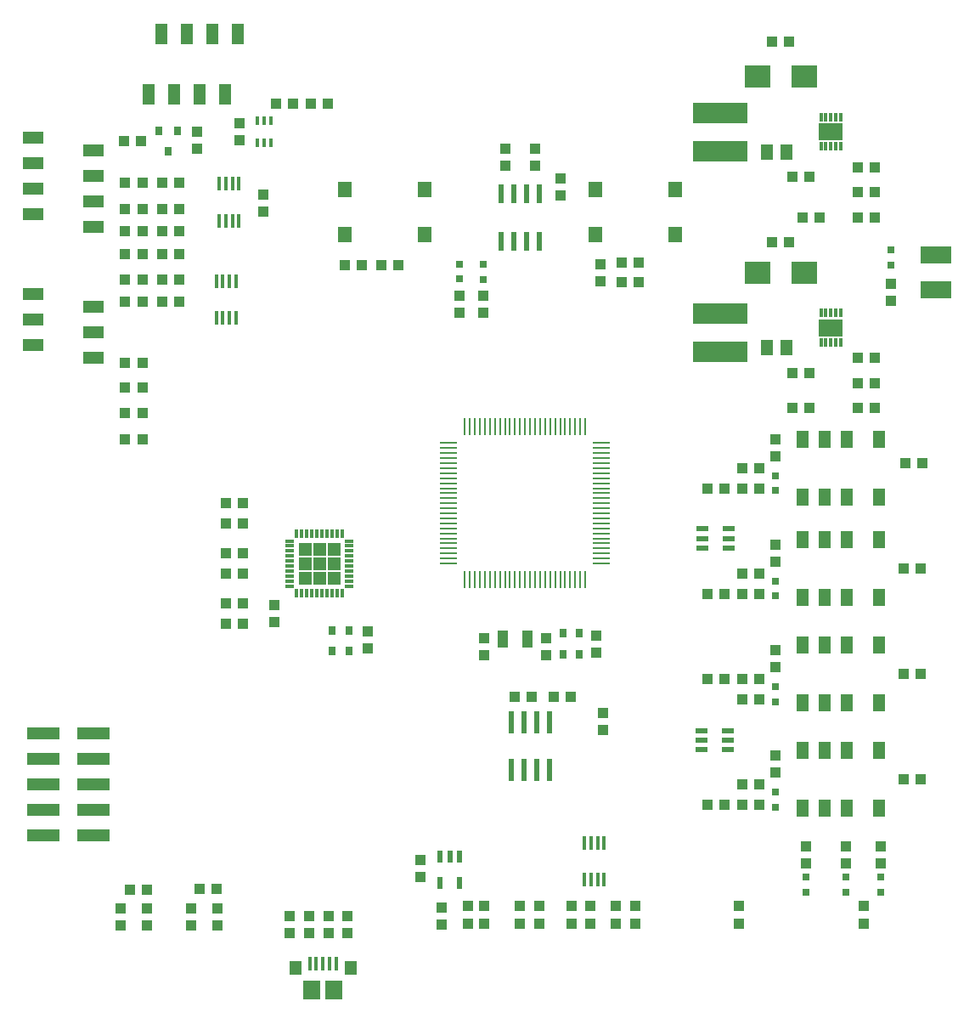
<source format=gtp>
G75*
%MOIN*%
%OFA0B0*%
%FSLAX25Y25*%
%IPPOS*%
%LPD*%
%AMOC8*
5,1,8,0,0,1.08239X$1,22.5*
%
%ADD10R,0.04331X0.03937*%
%ADD11R,0.04528X0.05709*%
%ADD12R,0.01575X0.05512*%
%ADD13R,0.06890X0.07480*%
%ADD14R,0.03150X0.03150*%
%ADD15R,0.03937X0.04331*%
%ADD16R,0.07900X0.04700*%
%ADD17R,0.04700X0.07900*%
%ADD18R,0.01400X0.05200*%
%ADD19R,0.01378X0.03346*%
%ADD20R,0.05000X0.02200*%
%ADD21R,0.12402X0.07008*%
%ADD22R,0.04724X0.07087*%
%ADD23R,0.01200X0.03200*%
%ADD24R,0.03200X0.01200*%
%ADD25C,0.00100*%
%ADD26R,0.02559X0.03543*%
%ADD27R,0.02200X0.07800*%
%ADD28R,0.09400X0.06500*%
%ADD29R,0.09843X0.08661*%
%ADD30R,0.21654X0.08465*%
%ADD31R,0.05118X0.05906*%
%ADD32R,0.01100X0.06800*%
%ADD33R,0.06800X0.01100*%
%ADD34R,0.02200X0.08600*%
%ADD35R,0.03937X0.07087*%
%ADD36R,0.05512X0.06299*%
%ADD37R,0.12598X0.05000*%
%ADD38R,0.02165X0.04724*%
%ADD39R,0.03100X0.03500*%
D10*
X0100813Y0085508D03*
X0100813Y0092201D03*
X0104553Y0099484D03*
X0111246Y0099484D03*
X0111049Y0092201D03*
X0111049Y0085508D03*
X0128372Y0085508D03*
X0128372Y0092201D03*
X0131718Y0099878D03*
X0138411Y0099878D03*
X0138608Y0092201D03*
X0138608Y0085508D03*
X0166954Y0082358D03*
X0166954Y0089051D03*
X0174828Y0089051D03*
X0174828Y0082358D03*
X0182309Y0082358D03*
X0182309Y0089051D03*
X0189789Y0089051D03*
X0189789Y0082358D03*
X0218529Y0104406D03*
X0218529Y0111098D03*
X0226797Y0092594D03*
X0226797Y0085902D03*
X0237033Y0086295D03*
X0243332Y0086295D03*
X0243332Y0092988D03*
X0237033Y0092988D03*
X0257537Y0092988D03*
X0257537Y0086295D03*
X0265017Y0086295D03*
X0265017Y0092988D03*
X0277616Y0092988D03*
X0277616Y0086295D03*
X0285096Y0086295D03*
X0285096Y0092988D03*
X0294939Y0092988D03*
X0294939Y0086295D03*
X0302813Y0086295D03*
X0302813Y0092988D03*
X0343332Y0092988D03*
X0343332Y0086295D03*
X0369710Y0109917D03*
X0369710Y0116610D03*
X0385458Y0116610D03*
X0385458Y0109917D03*
X0399238Y0109917D03*
X0399238Y0116610D03*
X0392545Y0092988D03*
X0392545Y0086295D03*
X0337624Y0132949D03*
X0330931Y0132949D03*
X0357899Y0145350D03*
X0357899Y0152043D03*
X0337624Y0182161D03*
X0330931Y0182161D03*
X0357899Y0186689D03*
X0357899Y0193382D03*
X0337624Y0215626D03*
X0330931Y0215626D03*
X0357899Y0228028D03*
X0357899Y0234720D03*
X0337624Y0256965D03*
X0330931Y0256965D03*
X0357899Y0269366D03*
X0357899Y0276059D03*
X0389986Y0298303D03*
X0396679Y0298303D03*
X0371088Y0302240D03*
X0364395Y0302240D03*
X0403175Y0330390D03*
X0403175Y0337083D03*
X0396679Y0373106D03*
X0389986Y0373106D03*
X0371088Y0379012D03*
X0364395Y0379012D03*
X0363214Y0353421D03*
X0356521Y0353421D03*
X0289002Y0344957D03*
X0289002Y0338264D03*
X0243135Y0332358D03*
X0243135Y0325665D03*
X0233883Y0325665D03*
X0233883Y0332358D03*
X0251600Y0383539D03*
X0251600Y0390232D03*
X0263411Y0390232D03*
X0263411Y0383539D03*
X0356521Y0432161D03*
X0363214Y0432161D03*
X0148647Y0251059D03*
X0141954Y0251059D03*
X0161049Y0211098D03*
X0161049Y0204406D03*
X0148647Y0203815D03*
X0141954Y0203815D03*
X0123844Y0330193D03*
X0117151Y0330193D03*
X0117151Y0338854D03*
X0123844Y0338854D03*
X0123844Y0348894D03*
X0117151Y0348894D03*
X0117151Y0357752D03*
X0123844Y0357752D03*
X0123844Y0366610D03*
X0117151Y0366610D03*
X0117151Y0376650D03*
X0123844Y0376650D03*
X0130734Y0390232D03*
X0130734Y0396925D03*
X0290183Y0168972D03*
X0290183Y0162280D03*
D11*
X0191167Y0068894D03*
X0169513Y0068894D03*
D12*
X0175025Y0070547D03*
X0177584Y0070547D03*
X0180143Y0070547D03*
X0182702Y0070547D03*
X0185261Y0070547D03*
D13*
X0184572Y0060114D03*
X0175714Y0060114D03*
D14*
X0357899Y0131965D03*
X0357899Y0137870D03*
X0357899Y0173303D03*
X0357899Y0179209D03*
X0357899Y0214642D03*
X0357899Y0220547D03*
X0357899Y0255980D03*
X0357899Y0261886D03*
X0403175Y0344563D03*
X0403175Y0350469D03*
X0243135Y0344760D03*
X0243135Y0338854D03*
X0233883Y0339051D03*
X0233883Y0344957D03*
X0369710Y0104406D03*
X0369710Y0098500D03*
X0385458Y0098500D03*
X0385458Y0104406D03*
X0399238Y0104406D03*
X0399238Y0098500D03*
D15*
X0351403Y0132949D03*
X0344710Y0132949D03*
X0344710Y0140823D03*
X0351403Y0140823D03*
X0351403Y0174287D03*
X0344710Y0174287D03*
X0344710Y0182161D03*
X0351403Y0182161D03*
X0351403Y0215626D03*
X0344710Y0215626D03*
X0344710Y0223500D03*
X0351403Y0223500D03*
X0351403Y0256965D03*
X0344710Y0256965D03*
X0344710Y0264839D03*
X0351403Y0264839D03*
X0364395Y0288461D03*
X0371088Y0288461D03*
X0389986Y0288461D03*
X0396679Y0288461D03*
X0396679Y0308146D03*
X0389986Y0308146D03*
X0408883Y0266807D03*
X0415576Y0266807D03*
X0414789Y0225469D03*
X0408096Y0225469D03*
X0408096Y0184130D03*
X0414789Y0184130D03*
X0414789Y0142791D03*
X0408096Y0142791D03*
X0287427Y0192594D03*
X0287427Y0199287D03*
X0267742Y0198106D03*
X0267742Y0191413D03*
X0270694Y0175075D03*
X0262033Y0175075D03*
X0255340Y0175075D03*
X0243332Y0191413D03*
X0243332Y0198106D03*
X0277387Y0175075D03*
X0197663Y0194169D03*
X0197663Y0200862D03*
X0148647Y0211689D03*
X0141954Y0211689D03*
X0141954Y0223500D03*
X0148647Y0223500D03*
X0148647Y0231374D03*
X0141954Y0231374D03*
X0141954Y0243185D03*
X0148647Y0243185D03*
X0109277Y0276256D03*
X0102584Y0276256D03*
X0102584Y0286492D03*
X0109277Y0286492D03*
X0109277Y0296335D03*
X0102584Y0296335D03*
X0102584Y0306177D03*
X0109277Y0306177D03*
X0109277Y0330193D03*
X0102584Y0330193D03*
X0102584Y0338854D03*
X0109277Y0338854D03*
X0109277Y0348894D03*
X0102584Y0348894D03*
X0102584Y0357752D03*
X0109277Y0357752D03*
X0109277Y0366610D03*
X0102584Y0366610D03*
X0102584Y0376650D03*
X0109277Y0376650D03*
X0108883Y0393185D03*
X0102191Y0393185D03*
X0147269Y0393382D03*
X0147269Y0400075D03*
X0161639Y0407949D03*
X0168332Y0407949D03*
X0175419Y0407752D03*
X0182112Y0407752D03*
X0156718Y0372122D03*
X0156718Y0365429D03*
X0188805Y0344366D03*
X0195498Y0344366D03*
X0202978Y0344366D03*
X0209671Y0344366D03*
X0273254Y0371728D03*
X0273254Y0378421D03*
X0297466Y0345547D03*
X0304159Y0345547D03*
X0304159Y0337673D03*
X0297466Y0337673D03*
X0368332Y0363264D03*
X0375025Y0363264D03*
X0389986Y0363264D03*
X0396679Y0363264D03*
X0396679Y0382949D03*
X0389986Y0382949D03*
D16*
X0090084Y0379543D03*
X0090084Y0369543D03*
X0090084Y0359543D03*
X0066484Y0364543D03*
X0066484Y0374543D03*
X0066484Y0384543D03*
X0066484Y0394543D03*
X0090084Y0389543D03*
X0066484Y0333244D03*
X0066484Y0323244D03*
X0066484Y0313244D03*
X0090084Y0308244D03*
X0090084Y0318244D03*
X0090084Y0328244D03*
D17*
X0111659Y0411394D03*
X0121659Y0411394D03*
X0131659Y0411394D03*
X0141659Y0411394D03*
X0136659Y0434994D03*
X0126659Y0434994D03*
X0116659Y0434994D03*
X0146659Y0434994D03*
D18*
X0147132Y0376369D03*
X0144632Y0376369D03*
X0142032Y0376369D03*
X0139532Y0376369D03*
X0139532Y0361969D03*
X0142032Y0361969D03*
X0144632Y0361969D03*
X0147132Y0361969D03*
X0145951Y0338180D03*
X0143451Y0338180D03*
X0140851Y0338180D03*
X0138351Y0338180D03*
X0138351Y0323780D03*
X0140851Y0323780D03*
X0143451Y0323780D03*
X0145951Y0323780D03*
X0282871Y0117708D03*
X0285371Y0117708D03*
X0287971Y0117708D03*
X0290471Y0117708D03*
X0290471Y0103308D03*
X0287971Y0103308D03*
X0285371Y0103308D03*
X0282871Y0103308D03*
D19*
X0159671Y0392398D03*
X0157112Y0392398D03*
X0154553Y0392398D03*
X0154553Y0401059D03*
X0157112Y0401059D03*
X0159671Y0401059D03*
D20*
X0329177Y0240980D03*
X0329177Y0237280D03*
X0329177Y0233580D03*
X0339377Y0233580D03*
X0339377Y0237280D03*
X0339377Y0240980D03*
X0338983Y0161846D03*
X0338983Y0158146D03*
X0338983Y0154446D03*
X0328783Y0154446D03*
X0328783Y0158146D03*
X0328783Y0161846D03*
D21*
X0420891Y0334819D03*
X0420891Y0348402D03*
D22*
X0398450Y0276059D03*
X0385852Y0276059D03*
X0377191Y0276059D03*
X0368529Y0276059D03*
X0368529Y0253618D03*
X0377191Y0253618D03*
X0385852Y0253618D03*
X0398450Y0253618D03*
X0398450Y0236689D03*
X0385852Y0236689D03*
X0377191Y0236689D03*
X0368529Y0236689D03*
X0368529Y0214248D03*
X0377191Y0214248D03*
X0385852Y0214248D03*
X0398450Y0214248D03*
X0398450Y0195350D03*
X0385852Y0195350D03*
X0377191Y0195350D03*
X0368529Y0195350D03*
X0368529Y0172909D03*
X0377191Y0172909D03*
X0385852Y0172909D03*
X0398450Y0172909D03*
X0398450Y0154012D03*
X0385852Y0154012D03*
X0377191Y0154012D03*
X0368529Y0154012D03*
X0368529Y0131571D03*
X0377191Y0131571D03*
X0385852Y0131571D03*
X0398450Y0131571D03*
D23*
X0187624Y0215837D03*
X0185655Y0215837D03*
X0183687Y0215837D03*
X0181718Y0215837D03*
X0179750Y0215837D03*
X0177781Y0215837D03*
X0175813Y0215837D03*
X0173844Y0215837D03*
X0171876Y0215837D03*
X0169907Y0215837D03*
X0169907Y0239037D03*
X0171876Y0239037D03*
X0173844Y0239037D03*
X0175813Y0239037D03*
X0177781Y0239037D03*
X0179750Y0239037D03*
X0181718Y0239037D03*
X0183687Y0239037D03*
X0185655Y0239037D03*
X0187624Y0239037D03*
X0375653Y0314257D03*
X0377553Y0314257D03*
X0379553Y0314257D03*
X0381553Y0314257D03*
X0383453Y0314257D03*
X0383453Y0325657D03*
X0381553Y0325657D03*
X0379553Y0325657D03*
X0377553Y0325657D03*
X0375653Y0325657D03*
X0375653Y0391028D03*
X0377553Y0391028D03*
X0379553Y0391028D03*
X0381553Y0391028D03*
X0383453Y0391028D03*
X0383453Y0402428D03*
X0381553Y0402428D03*
X0379553Y0402428D03*
X0377553Y0402428D03*
X0375653Y0402428D03*
D24*
X0190365Y0236295D03*
X0190365Y0234327D03*
X0190365Y0232358D03*
X0190365Y0230390D03*
X0190365Y0228421D03*
X0190365Y0226453D03*
X0190365Y0224484D03*
X0190365Y0222516D03*
X0190365Y0220547D03*
X0190365Y0218579D03*
X0167165Y0218579D03*
X0167165Y0220547D03*
X0167165Y0222516D03*
X0167165Y0224484D03*
X0167165Y0226453D03*
X0167165Y0228421D03*
X0167165Y0230390D03*
X0167165Y0232358D03*
X0167165Y0234327D03*
X0167165Y0236295D03*
D25*
X0170694Y0235508D02*
X0170694Y0230652D01*
X0175550Y0230652D01*
X0175550Y0235508D01*
X0170694Y0235508D01*
X0170694Y0235469D02*
X0175550Y0235469D01*
X0175550Y0235371D02*
X0170694Y0235371D01*
X0170694Y0235272D02*
X0175550Y0235272D01*
X0175550Y0235174D02*
X0170694Y0235174D01*
X0170694Y0235075D02*
X0175550Y0235075D01*
X0175550Y0234977D02*
X0170694Y0234977D01*
X0170694Y0234878D02*
X0175550Y0234878D01*
X0175550Y0234780D02*
X0170694Y0234780D01*
X0170694Y0234681D02*
X0175550Y0234681D01*
X0175550Y0234583D02*
X0170694Y0234583D01*
X0170694Y0234484D02*
X0175550Y0234484D01*
X0175550Y0234386D02*
X0170694Y0234386D01*
X0170694Y0234287D02*
X0175550Y0234287D01*
X0175550Y0234189D02*
X0170694Y0234189D01*
X0170694Y0234090D02*
X0175550Y0234090D01*
X0175550Y0233992D02*
X0170694Y0233992D01*
X0170694Y0233893D02*
X0175550Y0233893D01*
X0175550Y0233795D02*
X0170694Y0233795D01*
X0170694Y0233696D02*
X0175550Y0233696D01*
X0175550Y0233598D02*
X0170694Y0233598D01*
X0170694Y0233499D02*
X0175550Y0233499D01*
X0175550Y0233401D02*
X0170694Y0233401D01*
X0170694Y0233302D02*
X0175550Y0233302D01*
X0175550Y0233204D02*
X0170694Y0233204D01*
X0170694Y0233105D02*
X0175550Y0233105D01*
X0175550Y0233007D02*
X0170694Y0233007D01*
X0170694Y0232908D02*
X0175550Y0232908D01*
X0175550Y0232810D02*
X0170694Y0232810D01*
X0170694Y0232711D02*
X0175550Y0232711D01*
X0175550Y0232613D02*
X0170694Y0232613D01*
X0170694Y0232514D02*
X0175550Y0232514D01*
X0175550Y0232416D02*
X0170694Y0232416D01*
X0170694Y0232317D02*
X0175550Y0232317D01*
X0175550Y0232219D02*
X0170694Y0232219D01*
X0170694Y0232120D02*
X0175550Y0232120D01*
X0175550Y0232022D02*
X0170694Y0232022D01*
X0170694Y0231923D02*
X0175550Y0231923D01*
X0175550Y0231825D02*
X0170694Y0231825D01*
X0170694Y0231726D02*
X0175550Y0231726D01*
X0175550Y0231628D02*
X0170694Y0231628D01*
X0170694Y0231529D02*
X0175550Y0231529D01*
X0175550Y0231431D02*
X0170694Y0231431D01*
X0170694Y0231332D02*
X0175550Y0231332D01*
X0175550Y0231234D02*
X0170694Y0231234D01*
X0170694Y0231135D02*
X0175550Y0231135D01*
X0175550Y0231036D02*
X0170694Y0231036D01*
X0170694Y0230938D02*
X0175550Y0230938D01*
X0175550Y0230839D02*
X0170694Y0230839D01*
X0170694Y0230741D02*
X0175550Y0230741D01*
X0176338Y0230741D02*
X0181193Y0230741D01*
X0181193Y0230652D02*
X0181193Y0235508D01*
X0176338Y0235508D01*
X0176338Y0230652D01*
X0181193Y0230652D01*
X0181193Y0230839D02*
X0176338Y0230839D01*
X0176338Y0230938D02*
X0181193Y0230938D01*
X0181193Y0231036D02*
X0176338Y0231036D01*
X0176338Y0231135D02*
X0181193Y0231135D01*
X0181193Y0231234D02*
X0176338Y0231234D01*
X0176338Y0231332D02*
X0181193Y0231332D01*
X0181193Y0231431D02*
X0176338Y0231431D01*
X0176338Y0231529D02*
X0181193Y0231529D01*
X0181193Y0231628D02*
X0176338Y0231628D01*
X0176338Y0231726D02*
X0181193Y0231726D01*
X0181193Y0231825D02*
X0176338Y0231825D01*
X0176338Y0231923D02*
X0181193Y0231923D01*
X0181193Y0232022D02*
X0176338Y0232022D01*
X0176338Y0232120D02*
X0181193Y0232120D01*
X0181193Y0232219D02*
X0176338Y0232219D01*
X0176338Y0232317D02*
X0181193Y0232317D01*
X0181193Y0232416D02*
X0176338Y0232416D01*
X0176338Y0232514D02*
X0181193Y0232514D01*
X0181193Y0232613D02*
X0176338Y0232613D01*
X0176338Y0232711D02*
X0181193Y0232711D01*
X0181193Y0232810D02*
X0176338Y0232810D01*
X0176338Y0232908D02*
X0181193Y0232908D01*
X0181193Y0233007D02*
X0176338Y0233007D01*
X0176338Y0233105D02*
X0181193Y0233105D01*
X0181193Y0233204D02*
X0176338Y0233204D01*
X0176338Y0233302D02*
X0181193Y0233302D01*
X0181193Y0233401D02*
X0176338Y0233401D01*
X0176338Y0233499D02*
X0181193Y0233499D01*
X0181193Y0233598D02*
X0176338Y0233598D01*
X0176338Y0233696D02*
X0181193Y0233696D01*
X0181193Y0233795D02*
X0176338Y0233795D01*
X0176338Y0233893D02*
X0181193Y0233893D01*
X0181193Y0233992D02*
X0176338Y0233992D01*
X0176338Y0234090D02*
X0181193Y0234090D01*
X0181193Y0234189D02*
X0176338Y0234189D01*
X0176338Y0234287D02*
X0181193Y0234287D01*
X0181193Y0234386D02*
X0176338Y0234386D01*
X0176338Y0234484D02*
X0181193Y0234484D01*
X0181193Y0234583D02*
X0176338Y0234583D01*
X0176338Y0234681D02*
X0181193Y0234681D01*
X0181193Y0234780D02*
X0176338Y0234780D01*
X0176338Y0234878D02*
X0181193Y0234878D01*
X0181193Y0234977D02*
X0176338Y0234977D01*
X0176338Y0235075D02*
X0181193Y0235075D01*
X0181193Y0235174D02*
X0176338Y0235174D01*
X0176338Y0235272D02*
X0181193Y0235272D01*
X0181193Y0235371D02*
X0176338Y0235371D01*
X0176338Y0235469D02*
X0181193Y0235469D01*
X0181981Y0235469D02*
X0186836Y0235469D01*
X0186836Y0235508D02*
X0186836Y0230652D01*
X0181981Y0230652D01*
X0181981Y0235508D01*
X0186836Y0235508D01*
X0186836Y0235371D02*
X0181981Y0235371D01*
X0181981Y0235272D02*
X0186836Y0235272D01*
X0186836Y0235174D02*
X0181981Y0235174D01*
X0181981Y0235075D02*
X0186836Y0235075D01*
X0186836Y0234977D02*
X0181981Y0234977D01*
X0181981Y0234878D02*
X0186836Y0234878D01*
X0186836Y0234780D02*
X0181981Y0234780D01*
X0181981Y0234681D02*
X0186836Y0234681D01*
X0186836Y0234583D02*
X0181981Y0234583D01*
X0181981Y0234484D02*
X0186836Y0234484D01*
X0186836Y0234386D02*
X0181981Y0234386D01*
X0181981Y0234287D02*
X0186836Y0234287D01*
X0186836Y0234189D02*
X0181981Y0234189D01*
X0181981Y0234090D02*
X0186836Y0234090D01*
X0186836Y0233992D02*
X0181981Y0233992D01*
X0181981Y0233893D02*
X0186836Y0233893D01*
X0186836Y0233795D02*
X0181981Y0233795D01*
X0181981Y0233696D02*
X0186836Y0233696D01*
X0186836Y0233598D02*
X0181981Y0233598D01*
X0181981Y0233499D02*
X0186836Y0233499D01*
X0186836Y0233401D02*
X0181981Y0233401D01*
X0181981Y0233302D02*
X0186836Y0233302D01*
X0186836Y0233204D02*
X0181981Y0233204D01*
X0181981Y0233105D02*
X0186836Y0233105D01*
X0186836Y0233007D02*
X0181981Y0233007D01*
X0181981Y0232908D02*
X0186836Y0232908D01*
X0186836Y0232810D02*
X0181981Y0232810D01*
X0181981Y0232711D02*
X0186836Y0232711D01*
X0186836Y0232613D02*
X0181981Y0232613D01*
X0181981Y0232514D02*
X0186836Y0232514D01*
X0186836Y0232416D02*
X0181981Y0232416D01*
X0181981Y0232317D02*
X0186836Y0232317D01*
X0186836Y0232219D02*
X0181981Y0232219D01*
X0181981Y0232120D02*
X0186836Y0232120D01*
X0186836Y0232022D02*
X0181981Y0232022D01*
X0181981Y0231923D02*
X0186836Y0231923D01*
X0186836Y0231825D02*
X0181981Y0231825D01*
X0181981Y0231726D02*
X0186836Y0231726D01*
X0186836Y0231628D02*
X0181981Y0231628D01*
X0181981Y0231529D02*
X0186836Y0231529D01*
X0186836Y0231431D02*
X0181981Y0231431D01*
X0181981Y0231332D02*
X0186836Y0231332D01*
X0186836Y0231234D02*
X0181981Y0231234D01*
X0181981Y0231135D02*
X0186836Y0231135D01*
X0186836Y0231036D02*
X0181981Y0231036D01*
X0181981Y0230938D02*
X0186836Y0230938D01*
X0186836Y0230839D02*
X0181981Y0230839D01*
X0181981Y0230741D02*
X0186836Y0230741D01*
X0186836Y0229865D02*
X0186836Y0225009D01*
X0181981Y0225009D01*
X0181981Y0229865D01*
X0186836Y0229865D01*
X0186836Y0229854D02*
X0181981Y0229854D01*
X0181981Y0229756D02*
X0186836Y0229756D01*
X0186836Y0229657D02*
X0181981Y0229657D01*
X0181981Y0229559D02*
X0186836Y0229559D01*
X0186836Y0229460D02*
X0181981Y0229460D01*
X0181981Y0229362D02*
X0186836Y0229362D01*
X0186836Y0229263D02*
X0181981Y0229263D01*
X0181981Y0229165D02*
X0186836Y0229165D01*
X0186836Y0229066D02*
X0181981Y0229066D01*
X0181981Y0228968D02*
X0186836Y0228968D01*
X0186836Y0228869D02*
X0181981Y0228869D01*
X0181981Y0228771D02*
X0186836Y0228771D01*
X0186836Y0228672D02*
X0181981Y0228672D01*
X0181981Y0228574D02*
X0186836Y0228574D01*
X0186836Y0228475D02*
X0181981Y0228475D01*
X0181981Y0228377D02*
X0186836Y0228377D01*
X0186836Y0228278D02*
X0181981Y0228278D01*
X0181981Y0228180D02*
X0186836Y0228180D01*
X0186836Y0228081D02*
X0181981Y0228081D01*
X0181981Y0227983D02*
X0186836Y0227983D01*
X0186836Y0227884D02*
X0181981Y0227884D01*
X0181981Y0227786D02*
X0186836Y0227786D01*
X0186836Y0227687D02*
X0181981Y0227687D01*
X0181981Y0227589D02*
X0186836Y0227589D01*
X0186836Y0227490D02*
X0181981Y0227490D01*
X0181981Y0227392D02*
X0186836Y0227392D01*
X0186836Y0227293D02*
X0181981Y0227293D01*
X0181981Y0227195D02*
X0186836Y0227195D01*
X0186836Y0227096D02*
X0181981Y0227096D01*
X0181981Y0226998D02*
X0186836Y0226998D01*
X0186836Y0226899D02*
X0181981Y0226899D01*
X0181981Y0226800D02*
X0186836Y0226800D01*
X0186836Y0226702D02*
X0181981Y0226702D01*
X0181981Y0226603D02*
X0186836Y0226603D01*
X0186836Y0226505D02*
X0181981Y0226505D01*
X0181981Y0226406D02*
X0186836Y0226406D01*
X0186836Y0226308D02*
X0181981Y0226308D01*
X0181981Y0226209D02*
X0186836Y0226209D01*
X0186836Y0226111D02*
X0181981Y0226111D01*
X0181981Y0226012D02*
X0186836Y0226012D01*
X0186836Y0225914D02*
X0181981Y0225914D01*
X0181981Y0225815D02*
X0186836Y0225815D01*
X0186836Y0225717D02*
X0181981Y0225717D01*
X0181981Y0225618D02*
X0186836Y0225618D01*
X0186836Y0225520D02*
X0181981Y0225520D01*
X0181981Y0225421D02*
X0186836Y0225421D01*
X0186836Y0225323D02*
X0181981Y0225323D01*
X0181981Y0225224D02*
X0186836Y0225224D01*
X0186836Y0225126D02*
X0181981Y0225126D01*
X0181981Y0225027D02*
X0186836Y0225027D01*
X0186836Y0224222D02*
X0186836Y0219366D01*
X0181981Y0219366D01*
X0181981Y0224222D01*
X0186836Y0224222D01*
X0186836Y0224141D02*
X0181981Y0224141D01*
X0181981Y0224042D02*
X0186836Y0224042D01*
X0186836Y0223944D02*
X0181981Y0223944D01*
X0181981Y0223845D02*
X0186836Y0223845D01*
X0186836Y0223747D02*
X0181981Y0223747D01*
X0181981Y0223648D02*
X0186836Y0223648D01*
X0186836Y0223550D02*
X0181981Y0223550D01*
X0181981Y0223451D02*
X0186836Y0223451D01*
X0186836Y0223353D02*
X0181981Y0223353D01*
X0181981Y0223254D02*
X0186836Y0223254D01*
X0186836Y0223156D02*
X0181981Y0223156D01*
X0181981Y0223057D02*
X0186836Y0223057D01*
X0186836Y0222959D02*
X0181981Y0222959D01*
X0181981Y0222860D02*
X0186836Y0222860D01*
X0186836Y0222762D02*
X0181981Y0222762D01*
X0181981Y0222663D02*
X0186836Y0222663D01*
X0186836Y0222565D02*
X0181981Y0222565D01*
X0181981Y0222466D02*
X0186836Y0222466D01*
X0186836Y0222367D02*
X0181981Y0222367D01*
X0181981Y0222269D02*
X0186836Y0222269D01*
X0186836Y0222170D02*
X0181981Y0222170D01*
X0181981Y0222072D02*
X0186836Y0222072D01*
X0186836Y0221973D02*
X0181981Y0221973D01*
X0181981Y0221875D02*
X0186836Y0221875D01*
X0186836Y0221776D02*
X0181981Y0221776D01*
X0181981Y0221678D02*
X0186836Y0221678D01*
X0186836Y0221579D02*
X0181981Y0221579D01*
X0181981Y0221481D02*
X0186836Y0221481D01*
X0186836Y0221382D02*
X0181981Y0221382D01*
X0181981Y0221284D02*
X0186836Y0221284D01*
X0186836Y0221185D02*
X0181981Y0221185D01*
X0181981Y0221087D02*
X0186836Y0221087D01*
X0186836Y0220988D02*
X0181981Y0220988D01*
X0181981Y0220890D02*
X0186836Y0220890D01*
X0186836Y0220791D02*
X0181981Y0220791D01*
X0181981Y0220693D02*
X0186836Y0220693D01*
X0186836Y0220594D02*
X0181981Y0220594D01*
X0181981Y0220496D02*
X0186836Y0220496D01*
X0186836Y0220397D02*
X0181981Y0220397D01*
X0181981Y0220299D02*
X0186836Y0220299D01*
X0186836Y0220200D02*
X0181981Y0220200D01*
X0181981Y0220102D02*
X0186836Y0220102D01*
X0186836Y0220003D02*
X0181981Y0220003D01*
X0181981Y0219905D02*
X0186836Y0219905D01*
X0186836Y0219806D02*
X0181981Y0219806D01*
X0181981Y0219708D02*
X0186836Y0219708D01*
X0186836Y0219609D02*
X0181981Y0219609D01*
X0181981Y0219511D02*
X0186836Y0219511D01*
X0186836Y0219412D02*
X0181981Y0219412D01*
X0181193Y0219412D02*
X0176338Y0219412D01*
X0176338Y0219366D02*
X0181193Y0219366D01*
X0181193Y0224222D01*
X0176338Y0224222D01*
X0176338Y0219366D01*
X0176338Y0219511D02*
X0181193Y0219511D01*
X0181193Y0219609D02*
X0176338Y0219609D01*
X0176338Y0219708D02*
X0181193Y0219708D01*
X0181193Y0219806D02*
X0176338Y0219806D01*
X0176338Y0219905D02*
X0181193Y0219905D01*
X0181193Y0220003D02*
X0176338Y0220003D01*
X0176338Y0220102D02*
X0181193Y0220102D01*
X0181193Y0220200D02*
X0176338Y0220200D01*
X0176338Y0220299D02*
X0181193Y0220299D01*
X0181193Y0220397D02*
X0176338Y0220397D01*
X0176338Y0220496D02*
X0181193Y0220496D01*
X0181193Y0220594D02*
X0176338Y0220594D01*
X0176338Y0220693D02*
X0181193Y0220693D01*
X0181193Y0220791D02*
X0176338Y0220791D01*
X0176338Y0220890D02*
X0181193Y0220890D01*
X0181193Y0220988D02*
X0176338Y0220988D01*
X0176338Y0221087D02*
X0181193Y0221087D01*
X0181193Y0221185D02*
X0176338Y0221185D01*
X0176338Y0221284D02*
X0181193Y0221284D01*
X0181193Y0221382D02*
X0176338Y0221382D01*
X0176338Y0221481D02*
X0181193Y0221481D01*
X0181193Y0221579D02*
X0176338Y0221579D01*
X0176338Y0221678D02*
X0181193Y0221678D01*
X0181193Y0221776D02*
X0176338Y0221776D01*
X0176338Y0221875D02*
X0181193Y0221875D01*
X0181193Y0221973D02*
X0176338Y0221973D01*
X0176338Y0222072D02*
X0181193Y0222072D01*
X0181193Y0222170D02*
X0176338Y0222170D01*
X0176338Y0222269D02*
X0181193Y0222269D01*
X0181193Y0222367D02*
X0176338Y0222367D01*
X0176338Y0222466D02*
X0181193Y0222466D01*
X0181193Y0222565D02*
X0176338Y0222565D01*
X0176338Y0222663D02*
X0181193Y0222663D01*
X0181193Y0222762D02*
X0176338Y0222762D01*
X0176338Y0222860D02*
X0181193Y0222860D01*
X0181193Y0222959D02*
X0176338Y0222959D01*
X0176338Y0223057D02*
X0181193Y0223057D01*
X0181193Y0223156D02*
X0176338Y0223156D01*
X0176338Y0223254D02*
X0181193Y0223254D01*
X0181193Y0223353D02*
X0176338Y0223353D01*
X0176338Y0223451D02*
X0181193Y0223451D01*
X0181193Y0223550D02*
X0176338Y0223550D01*
X0176338Y0223648D02*
X0181193Y0223648D01*
X0181193Y0223747D02*
X0176338Y0223747D01*
X0176338Y0223845D02*
X0181193Y0223845D01*
X0181193Y0223944D02*
X0176338Y0223944D01*
X0176338Y0224042D02*
X0181193Y0224042D01*
X0181193Y0224141D02*
X0176338Y0224141D01*
X0175550Y0224141D02*
X0170694Y0224141D01*
X0170694Y0224222D02*
X0170694Y0219366D01*
X0175550Y0219366D01*
X0175550Y0224222D01*
X0170694Y0224222D01*
X0170694Y0224042D02*
X0175550Y0224042D01*
X0175550Y0223944D02*
X0170694Y0223944D01*
X0170694Y0223845D02*
X0175550Y0223845D01*
X0175550Y0223747D02*
X0170694Y0223747D01*
X0170694Y0223648D02*
X0175550Y0223648D01*
X0175550Y0223550D02*
X0170694Y0223550D01*
X0170694Y0223451D02*
X0175550Y0223451D01*
X0175550Y0223353D02*
X0170694Y0223353D01*
X0170694Y0223254D02*
X0175550Y0223254D01*
X0175550Y0223156D02*
X0170694Y0223156D01*
X0170694Y0223057D02*
X0175550Y0223057D01*
X0175550Y0222959D02*
X0170694Y0222959D01*
X0170694Y0222860D02*
X0175550Y0222860D01*
X0175550Y0222762D02*
X0170694Y0222762D01*
X0170694Y0222663D02*
X0175550Y0222663D01*
X0175550Y0222565D02*
X0170694Y0222565D01*
X0170694Y0222466D02*
X0175550Y0222466D01*
X0175550Y0222367D02*
X0170694Y0222367D01*
X0170694Y0222269D02*
X0175550Y0222269D01*
X0175550Y0222170D02*
X0170694Y0222170D01*
X0170694Y0222072D02*
X0175550Y0222072D01*
X0175550Y0221973D02*
X0170694Y0221973D01*
X0170694Y0221875D02*
X0175550Y0221875D01*
X0175550Y0221776D02*
X0170694Y0221776D01*
X0170694Y0221678D02*
X0175550Y0221678D01*
X0175550Y0221579D02*
X0170694Y0221579D01*
X0170694Y0221481D02*
X0175550Y0221481D01*
X0175550Y0221382D02*
X0170694Y0221382D01*
X0170694Y0221284D02*
X0175550Y0221284D01*
X0175550Y0221185D02*
X0170694Y0221185D01*
X0170694Y0221087D02*
X0175550Y0221087D01*
X0175550Y0220988D02*
X0170694Y0220988D01*
X0170694Y0220890D02*
X0175550Y0220890D01*
X0175550Y0220791D02*
X0170694Y0220791D01*
X0170694Y0220693D02*
X0175550Y0220693D01*
X0175550Y0220594D02*
X0170694Y0220594D01*
X0170694Y0220496D02*
X0175550Y0220496D01*
X0175550Y0220397D02*
X0170694Y0220397D01*
X0170694Y0220299D02*
X0175550Y0220299D01*
X0175550Y0220200D02*
X0170694Y0220200D01*
X0170694Y0220102D02*
X0175550Y0220102D01*
X0175550Y0220003D02*
X0170694Y0220003D01*
X0170694Y0219905D02*
X0175550Y0219905D01*
X0175550Y0219806D02*
X0170694Y0219806D01*
X0170694Y0219708D02*
X0175550Y0219708D01*
X0175550Y0219609D02*
X0170694Y0219609D01*
X0170694Y0219511D02*
X0175550Y0219511D01*
X0175550Y0219412D02*
X0170694Y0219412D01*
X0170694Y0225009D02*
X0175550Y0225009D01*
X0175550Y0229865D01*
X0170694Y0229865D01*
X0170694Y0225009D01*
X0170694Y0225027D02*
X0175550Y0225027D01*
X0175550Y0225126D02*
X0170694Y0225126D01*
X0170694Y0225224D02*
X0175550Y0225224D01*
X0175550Y0225323D02*
X0170694Y0225323D01*
X0170694Y0225421D02*
X0175550Y0225421D01*
X0175550Y0225520D02*
X0170694Y0225520D01*
X0170694Y0225618D02*
X0175550Y0225618D01*
X0175550Y0225717D02*
X0170694Y0225717D01*
X0170694Y0225815D02*
X0175550Y0225815D01*
X0175550Y0225914D02*
X0170694Y0225914D01*
X0170694Y0226012D02*
X0175550Y0226012D01*
X0175550Y0226111D02*
X0170694Y0226111D01*
X0170694Y0226209D02*
X0175550Y0226209D01*
X0175550Y0226308D02*
X0170694Y0226308D01*
X0170694Y0226406D02*
X0175550Y0226406D01*
X0175550Y0226505D02*
X0170694Y0226505D01*
X0170694Y0226603D02*
X0175550Y0226603D01*
X0175550Y0226702D02*
X0170694Y0226702D01*
X0170694Y0226800D02*
X0175550Y0226800D01*
X0175550Y0226899D02*
X0170694Y0226899D01*
X0170694Y0226998D02*
X0175550Y0226998D01*
X0175550Y0227096D02*
X0170694Y0227096D01*
X0170694Y0227195D02*
X0175550Y0227195D01*
X0175550Y0227293D02*
X0170694Y0227293D01*
X0170694Y0227392D02*
X0175550Y0227392D01*
X0175550Y0227490D02*
X0170694Y0227490D01*
X0170694Y0227589D02*
X0175550Y0227589D01*
X0175550Y0227687D02*
X0170694Y0227687D01*
X0170694Y0227786D02*
X0175550Y0227786D01*
X0175550Y0227884D02*
X0170694Y0227884D01*
X0170694Y0227983D02*
X0175550Y0227983D01*
X0175550Y0228081D02*
X0170694Y0228081D01*
X0170694Y0228180D02*
X0175550Y0228180D01*
X0175550Y0228278D02*
X0170694Y0228278D01*
X0170694Y0228377D02*
X0175550Y0228377D01*
X0175550Y0228475D02*
X0170694Y0228475D01*
X0170694Y0228574D02*
X0175550Y0228574D01*
X0175550Y0228672D02*
X0170694Y0228672D01*
X0170694Y0228771D02*
X0175550Y0228771D01*
X0175550Y0228869D02*
X0170694Y0228869D01*
X0170694Y0228968D02*
X0175550Y0228968D01*
X0175550Y0229066D02*
X0170694Y0229066D01*
X0170694Y0229165D02*
X0175550Y0229165D01*
X0175550Y0229263D02*
X0170694Y0229263D01*
X0170694Y0229362D02*
X0175550Y0229362D01*
X0175550Y0229460D02*
X0170694Y0229460D01*
X0170694Y0229559D02*
X0175550Y0229559D01*
X0175550Y0229657D02*
X0170694Y0229657D01*
X0170694Y0229756D02*
X0175550Y0229756D01*
X0175550Y0229854D02*
X0170694Y0229854D01*
X0176338Y0229865D02*
X0176338Y0225009D01*
X0181193Y0225009D01*
X0181193Y0229865D01*
X0176338Y0229865D01*
X0176338Y0229854D02*
X0181193Y0229854D01*
X0181193Y0229756D02*
X0176338Y0229756D01*
X0176338Y0229657D02*
X0181193Y0229657D01*
X0181193Y0229559D02*
X0176338Y0229559D01*
X0176338Y0229460D02*
X0181193Y0229460D01*
X0181193Y0229362D02*
X0176338Y0229362D01*
X0176338Y0229263D02*
X0181193Y0229263D01*
X0181193Y0229165D02*
X0176338Y0229165D01*
X0176338Y0229066D02*
X0181193Y0229066D01*
X0181193Y0228968D02*
X0176338Y0228968D01*
X0176338Y0228869D02*
X0181193Y0228869D01*
X0181193Y0228771D02*
X0176338Y0228771D01*
X0176338Y0228672D02*
X0181193Y0228672D01*
X0181193Y0228574D02*
X0176338Y0228574D01*
X0176338Y0228475D02*
X0181193Y0228475D01*
X0181193Y0228377D02*
X0176338Y0228377D01*
X0176338Y0228278D02*
X0181193Y0228278D01*
X0181193Y0228180D02*
X0176338Y0228180D01*
X0176338Y0228081D02*
X0181193Y0228081D01*
X0181193Y0227983D02*
X0176338Y0227983D01*
X0176338Y0227884D02*
X0181193Y0227884D01*
X0181193Y0227786D02*
X0176338Y0227786D01*
X0176338Y0227687D02*
X0181193Y0227687D01*
X0181193Y0227589D02*
X0176338Y0227589D01*
X0176338Y0227490D02*
X0181193Y0227490D01*
X0181193Y0227392D02*
X0176338Y0227392D01*
X0176338Y0227293D02*
X0181193Y0227293D01*
X0181193Y0227195D02*
X0176338Y0227195D01*
X0176338Y0227096D02*
X0181193Y0227096D01*
X0181193Y0226998D02*
X0176338Y0226998D01*
X0176338Y0226899D02*
X0181193Y0226899D01*
X0181193Y0226800D02*
X0176338Y0226800D01*
X0176338Y0226702D02*
X0181193Y0226702D01*
X0181193Y0226603D02*
X0176338Y0226603D01*
X0176338Y0226505D02*
X0181193Y0226505D01*
X0181193Y0226406D02*
X0176338Y0226406D01*
X0176338Y0226308D02*
X0181193Y0226308D01*
X0181193Y0226209D02*
X0176338Y0226209D01*
X0176338Y0226111D02*
X0181193Y0226111D01*
X0181193Y0226012D02*
X0176338Y0226012D01*
X0176338Y0225914D02*
X0181193Y0225914D01*
X0181193Y0225815D02*
X0176338Y0225815D01*
X0176338Y0225717D02*
X0181193Y0225717D01*
X0181193Y0225618D02*
X0176338Y0225618D01*
X0176338Y0225520D02*
X0181193Y0225520D01*
X0181193Y0225421D02*
X0176338Y0225421D01*
X0176338Y0225323D02*
X0181193Y0225323D01*
X0181193Y0225224D02*
X0176338Y0225224D01*
X0176338Y0225126D02*
X0181193Y0225126D01*
X0181193Y0225027D02*
X0176338Y0225027D01*
D26*
X0183785Y0201256D03*
X0190281Y0201256D03*
X0190281Y0192988D03*
X0183785Y0192988D03*
X0274336Y0191807D03*
X0280832Y0191807D03*
X0280832Y0200075D03*
X0274336Y0200075D03*
D27*
X0265006Y0353964D03*
X0260006Y0353964D03*
X0255006Y0353964D03*
X0250006Y0353964D03*
X0250006Y0372564D03*
X0255006Y0372564D03*
X0260006Y0372564D03*
X0265006Y0372564D03*
D28*
X0379553Y0396728D03*
X0379553Y0319957D03*
D29*
X0369120Y0341610D03*
X0350616Y0341610D03*
X0350616Y0418382D03*
X0369120Y0418382D03*
D30*
X0336214Y0404307D03*
X0336214Y0389150D03*
X0336214Y0325567D03*
X0336214Y0310409D03*
D31*
X0354553Y0312083D03*
X0362033Y0312083D03*
X0362033Y0388854D03*
X0354553Y0388854D03*
D32*
X0283096Y0281059D03*
X0281128Y0281059D03*
X0279159Y0281059D03*
X0277191Y0281059D03*
X0275222Y0281059D03*
X0273254Y0281059D03*
X0271285Y0281059D03*
X0269317Y0281059D03*
X0267348Y0281059D03*
X0265380Y0281059D03*
X0263411Y0281059D03*
X0261443Y0281059D03*
X0259474Y0281059D03*
X0257506Y0281059D03*
X0255537Y0281059D03*
X0253569Y0281059D03*
X0251600Y0281059D03*
X0249631Y0281059D03*
X0247663Y0281059D03*
X0245694Y0281059D03*
X0243726Y0281059D03*
X0241757Y0281059D03*
X0239789Y0281059D03*
X0237820Y0281059D03*
X0235852Y0281059D03*
X0235852Y0221059D03*
X0237820Y0221059D03*
X0239789Y0221059D03*
X0241757Y0221059D03*
X0243726Y0221059D03*
X0245694Y0221059D03*
X0247663Y0221059D03*
X0249631Y0221059D03*
X0251600Y0221059D03*
X0253569Y0221059D03*
X0255537Y0221059D03*
X0257506Y0221059D03*
X0259474Y0221059D03*
X0261443Y0221059D03*
X0263411Y0221059D03*
X0265380Y0221059D03*
X0267348Y0221059D03*
X0269317Y0221059D03*
X0271285Y0221059D03*
X0273254Y0221059D03*
X0275222Y0221059D03*
X0277191Y0221059D03*
X0279159Y0221059D03*
X0281128Y0221059D03*
X0283096Y0221059D03*
D33*
X0289474Y0227437D03*
X0289474Y0229406D03*
X0289474Y0231374D03*
X0289474Y0233343D03*
X0289474Y0235311D03*
X0289474Y0237280D03*
X0289474Y0239248D03*
X0289474Y0241217D03*
X0289474Y0243185D03*
X0289474Y0245154D03*
X0289474Y0247122D03*
X0289474Y0249091D03*
X0289474Y0251059D03*
X0289474Y0253028D03*
X0289474Y0254996D03*
X0289474Y0256965D03*
X0289474Y0258933D03*
X0289474Y0260902D03*
X0289474Y0262870D03*
X0289474Y0264839D03*
X0289474Y0266807D03*
X0289474Y0268776D03*
X0289474Y0270744D03*
X0289474Y0272713D03*
X0289474Y0274681D03*
X0229474Y0274681D03*
X0229474Y0272713D03*
X0229474Y0270744D03*
X0229474Y0268776D03*
X0229474Y0266807D03*
X0229474Y0264839D03*
X0229474Y0262870D03*
X0229474Y0260902D03*
X0229474Y0258933D03*
X0229474Y0256965D03*
X0229474Y0254996D03*
X0229474Y0253028D03*
X0229474Y0251059D03*
X0229474Y0249091D03*
X0229474Y0247122D03*
X0229474Y0245154D03*
X0229474Y0243185D03*
X0229474Y0241217D03*
X0229474Y0239248D03*
X0229474Y0237280D03*
X0229474Y0235311D03*
X0229474Y0233343D03*
X0229474Y0231374D03*
X0229474Y0229406D03*
X0229474Y0227437D03*
D34*
X0253943Y0165083D03*
X0258943Y0165083D03*
X0263943Y0165083D03*
X0268943Y0165083D03*
X0268943Y0146483D03*
X0263943Y0146483D03*
X0258943Y0146483D03*
X0253943Y0146483D03*
D35*
X0250616Y0197909D03*
X0260458Y0197909D03*
D36*
X0287033Y0356374D03*
X0287033Y0374091D03*
X0318529Y0374091D03*
X0318529Y0356374D03*
X0220104Y0356374D03*
X0220104Y0374091D03*
X0188608Y0374091D03*
X0188608Y0356374D03*
D37*
X0090183Y0160823D03*
X0090183Y0150823D03*
X0090183Y0140823D03*
X0090183Y0130823D03*
X0090183Y0120823D03*
X0070498Y0120823D03*
X0070498Y0130823D03*
X0070498Y0140823D03*
X0070498Y0150823D03*
X0070498Y0160823D03*
D38*
X0226206Y0112476D03*
X0229946Y0112476D03*
X0233687Y0112476D03*
X0233687Y0102240D03*
X0226206Y0102240D03*
D39*
X0119317Y0389235D03*
X0123017Y0397135D03*
X0115617Y0397135D03*
M02*

</source>
